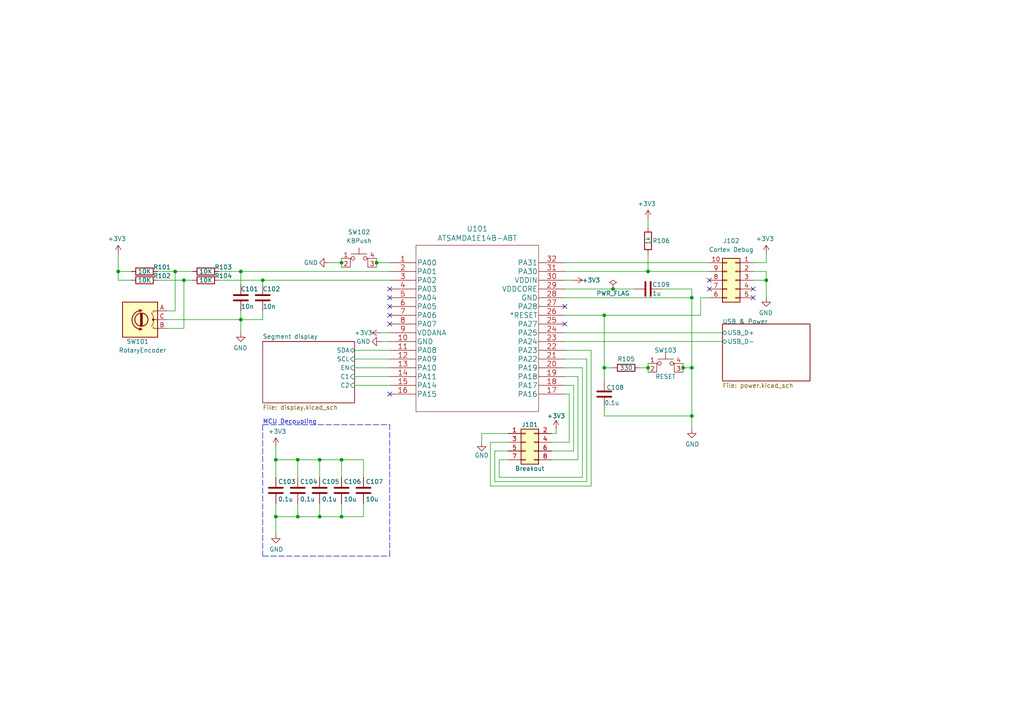
<source format=kicad_sch>
(kicad_sch (version 20211123) (generator eeschema)
  (paper "A4")
  (title_block (title "Rotary Keyboard") (rev "1") (comment 1 "Markus Wang Halvorsen"))
  (lib_symbols
    (symbol "Connector_Generic:Conn_02x04_Odd_Even" (pin_names (offset 1.016) hide)
      (property "Reference" "J" (at 1.27 5.08 0))
      (property "Value" "Conn_02x04_Odd_Even" (at 1.27 -7.62 0))
      (symbol "Conn_02x04_Odd_Even_1_1"
        (rectangle (start -1.27 -4.953) (end 0 -5.207) (stroke (width 0.1524)))
        (rectangle (start -1.27 -2.413) (end 0 -2.667) (stroke (width 0.1524)))
        (rectangle (start -1.27 0.127) (end 0 -0.127) (stroke (width 0.1524)))
        (rectangle (start -1.27 2.667) (end 0 2.413) (stroke (width 0.1524)))
        (rectangle (start -1.27 3.81) (end 3.81 -6.35) (stroke (width 0.254)) (fill (type background)))
        (rectangle (start 3.81 -4.953) (end 2.54 -5.207) (stroke (width 0.1524)))
        (rectangle (start 3.81 -2.413) (end 2.54 -2.667) (stroke (width 0.1524)))
        (rectangle (start 3.81 0.127) (end 2.54 -0.127) (stroke (width 0.1524)))
        (rectangle (start 3.81 2.667) (end 2.54 2.413) (stroke (width 0.1524)))
        (pin passive line (at -5.08 2.54 0) (length 3.81) (name "Pin_1") (number "1"))
        (pin passive line (at 7.62 2.54 180) (length 3.81) (name "Pin_2") (number "2"))
        (pin passive line (at -5.08 0 0) (length 3.81) (name "Pin_3") (number "3"))
        (pin passive line (at 7.62 0 180) (length 3.81) (name "Pin_4") (number "4"))
        (pin passive line (at -5.08 -2.54 0) (length 3.81) (name "Pin_5") (number "5"))
        (pin passive line (at 7.62 -2.54 180) (length 3.81) (name "Pin_6") (number "6"))
        (pin passive line (at -5.08 -5.08 0) (length 3.81) (name "Pin_7") (number "7"))
        (pin passive line (at 7.62 -5.08 180) (length 3.81) (name "Pin_8") (number "8"))
      )
    )
    (symbol "Connector_Generic:Conn_02x05_Counter_Clockwise" (pin_names (offset 1.016) hide)
      (property "Reference" "J" (at 1.27 7.62 0))
      (property "Value" "Conn_02x05_Counter_Clockwise" (at 1.27 -7.62 0))
      (symbol "Conn_02x05_Counter_Clockwise_1_1"
        (rectangle (start -1.27 -4.953) (end 0 -5.207) (stroke (width 0.1524)))
        (rectangle (start -1.27 -2.413) (end 0 -2.667) (stroke (width 0.1524)))
        (rectangle (start -1.27 0.127) (end 0 -0.127) (stroke (width 0.1524)))
        (rectangle (start -1.27 2.667) (end 0 2.413) (stroke (width 0.1524)))
        (rectangle (start -1.27 5.207) (end 0 4.953) (stroke (width 0.1524)))
        (rectangle (start -1.27 6.35) (end 3.81 -6.35) (stroke (width 0.254)) (fill (type background)))
        (rectangle (start 3.81 -4.953) (end 2.54 -5.207) (stroke (width 0.1524)))
        (rectangle (start 3.81 -2.413) (end 2.54 -2.667) (stroke (width 0.1524)))
        (rectangle (start 3.81 0.127) (end 2.54 -0.127) (stroke (width 0.1524)))
        (rectangle (start 3.81 2.667) (end 2.54 2.413) (stroke (width 0.1524)))
        (rectangle (start 3.81 5.207) (end 2.54 4.953) (stroke (width 0.1524)))
        (pin passive line (at -5.08 5.08 0) (length 3.81) (name "Pin_1") (number "1"))
        (pin passive line (at 7.62 5.08 180) (length 3.81) (name "Pin_10") (number "10"))
        (pin passive line (at -5.08 2.54 0) (length 3.81) (name "Pin_2") (number "2"))
        (pin passive line (at -5.08 0 0) (length 3.81) (name "Pin_3") (number "3"))
        (pin passive line (at -5.08 -2.54 0) (length 3.81) (name "Pin_4") (number "4"))
        (pin passive line (at -5.08 -5.08 0) (length 3.81) (name "Pin_5") (number "5"))
        (pin passive line (at 7.62 -5.08 180) (length 3.81) (name "Pin_6") (number "6"))
        (pin passive line (at 7.62 -2.54 180) (length 3.81) (name "Pin_7") (number "7"))
        (pin passive line (at 7.62 0 180) (length 3.81) (name "Pin_8") (number "8"))
        (pin passive line (at 7.62 2.54 180) (length 3.81) (name "Pin_9") (number "9"))
      )
    )
    (symbol "Device:C" (pin_numbers hide) (pin_names (offset 0.254))
      (property "Reference" "C" (at 0.635 2.54 0))
      (property "Value" "C" (at 0.635 -2.54 0))
      (symbol "C_0_1"
        (polyline (pts (xy -2.032 -0.762) (xy 2.032 -0.762)) (stroke (width 0.508)))
        (polyline (pts (xy -2.032 0.762) (xy 2.032 0.762)) (stroke (width 0.508)))
      )
      (symbol "C_1_1"
        (pin passive line (at 0 3.81 270) (length 2.794) (name "~") (number "1"))
        (pin passive line (at 0 -3.81 90) (length 2.794) (name "~") (number "2"))
      )
    )
    (symbol "Device:R" (pin_numbers hide) (pin_names (offset 0))
      (property "Reference" "R" (at 2.032 0 90))
      (property "Value" "R" (at 0 0 90))
      (symbol "R_0_1"
        (rectangle (start -1.016 -2.54) (end 1.016 2.54) (stroke (width 0.254)))
      )
      (symbol "R_1_1"
        (pin passive line (at 0 3.81 270) (length 1.27) (name "~") (number "1"))
        (pin passive line (at 0 -3.81 90) (length 1.27) (name "~") (number "2"))
      )
    )
    (symbol "Device:Rotary_Encoder" (pin_names (offset 0.254) hide)
      (property "Reference" "SW" (at 0 6.604 0))
      (property "Value" "Device_Rotary_Encoder" (at 0 -6.604 0))
      (symbol "Rotary_Encoder_0_1"
        (rectangle (start -5.08 5.08) (end 5.08 -5.08) (stroke (width 0.254)) (fill (type background)))
        (circle (center -3.81 0) (radius 0.254) (fill (type outline)))
        (arc (start -0.381 -2.794) (mid 2.3622 -0.0635) (end -0.381 2.667) (stroke (width 0.254)))
        (circle (center -0.381 0) (radius 1.905) (stroke (width 0.254)))
        (polyline (pts (xy -0.635 -1.778) (xy -0.635 1.778)) (stroke (width 0.254)))
        (polyline (pts (xy -0.381 -1.778) (xy -0.381 1.778)) (stroke (width 0.254)))
        (polyline (pts (xy -0.127 1.778) (xy -0.127 -1.778)) (stroke (width 0.254)))
        (polyline (pts (xy -5.08 -2.54) (xy -3.81 -2.54) (xy -3.81 -2.032)))
        (polyline (pts (xy -5.08 2.54) (xy -3.81 2.54) (xy -3.81 2.032)))
        (polyline (pts (xy 0.254 -3.048) (xy -0.508 -2.794) (xy 0.127 -2.413)) (stroke (width 0.254)))
        (polyline (pts (xy 0.254 2.921) (xy -0.508 2.667) (xy 0.127 2.286)) (stroke (width 0.254)))
        (polyline (pts (xy -5.08 0) (xy -3.81 0) (xy -3.81 -1.016) (xy -3.302 -2.032)))
        (polyline (pts (xy -4.318 0) (xy -3.81 0) (xy -3.81 1.016) (xy -3.302 2.032)))
      )
      (symbol "Rotary_Encoder_1_1"
        (pin passive line (at -7.62 2.54 0) (length 2.54) (name "A") (number "A"))
        (pin passive line (at -7.62 -2.54 0) (length 2.54) (name "B") (number "B"))
        (pin passive line (at -7.62 0 0) (length 2.54) (name "C") (number "C"))
      )
    )
    (symbol "Switch:SW_MEC_5E" (pin_names (offset 1.016) hide)
      (property "Reference" "SW" (at 0.635 5.715 0))
      (property "Value" "SW_MEC_5E" (at 0 -3.175 0))
      (symbol "SW_MEC_5E_0_1"
        (circle (center -1.778 2.54) (radius 0.508))
        (polyline (pts (xy -2.286 3.81) (xy 2.286 3.81)))
        (polyline (pts (xy 0 3.81) (xy 0 5.588)))
        (polyline (pts (xy -2.54 0) (xy -2.54 2.54) (xy -2.286 2.54)))
        (polyline (pts (xy 2.54 0) (xy 2.54 2.54) (xy 2.286 2.54)))
        (circle (center 1.778 2.54) (radius 0.508))
        (pin passive line (at -5.08 2.54 0) (length 2.54) (name "1") (number "1"))
        (pin passive line (at -5.08 0 0) (length 2.54) (name "2") (number "2"))
        (pin passive line (at 5.08 0 180) (length 2.54) (name "K") (number "3"))
        (pin passive line (at 5.08 2.54 180) (length 2.54) (name "A") (number "4"))
      )
    )
    (symbol "atsamda1e14b-abt:ATSAMDA1E14B-ABT" (pin_names (offset 0.254))
      (property "Reference" "U" (at 25.4 10.16 0))
      (property "Value" "ATSAMDA1E14B-ABT" (at 25.4 7.62 0))
      (symbol "ATSAMDA1E14B-ABT_1_1"
        (polyline (pts (xy 7.62 -43.18) (xy 43.18 -43.18)) (stroke (width 0.127)))
        (polyline (pts (xy 7.62 5.08) (xy 7.62 -43.18)) (stroke (width 0.127)))
        (polyline (pts (xy 43.18 -43.18) (xy 43.18 5.08)) (stroke (width 0.127)))
        (polyline (pts (xy 43.18 5.08) (xy 7.62 5.08)) (stroke (width 0.127)))
        (pin bidirectional line (at 0 0 0) (length 7.62) (name "PA00") (number "1"))
        (pin power_in line (at 0 -22.86 0) (length 7.62) (name "GND") (number "10"))
        (pin bidirectional line (at 0 -25.4 0) (length 7.62) (name "PA08") (number "11"))
        (pin bidirectional line (at 0 -27.94 0) (length 7.62) (name "PA09") (number "12"))
        (pin bidirectional line (at 0 -30.48 0) (length 7.62) (name "PA10") (number "13"))
        (pin bidirectional line (at 0 -33.02 0) (length 7.62) (name "PA11") (number "14"))
        (pin bidirectional line (at 0 -35.56 0) (length 7.62) (name "PA14") (number "15"))
        (pin bidirectional line (at 0 -38.1 0) (length 7.62) (name "PA15") (number "16"))
        (pin bidirectional line (at 50.8 -38.1 180) (length 7.62) (name "PA16") (number "17"))
        (pin bidirectional line (at 50.8 -35.56 180) (length 7.62) (name "PA17") (number "18"))
        (pin bidirectional line (at 50.8 -33.02 180) (length 7.62) (name "PA18") (number "19"))
        (pin bidirectional line (at 0 -2.54 0) (length 7.62) (name "PA01") (number "2"))
        (pin bidirectional line (at 50.8 -30.48 180) (length 7.62) (name "PA19") (number "20"))
        (pin bidirectional line (at 50.8 -27.94 180) (length 7.62) (name "PA22") (number "21"))
        (pin bidirectional line (at 50.8 -25.4 180) (length 7.62) (name "PA23") (number "22"))
        (pin bidirectional line (at 50.8 -22.86 180) (length 7.62) (name "PA24") (number "23"))
        (pin bidirectional line (at 50.8 -20.32 180) (length 7.62) (name "PA25") (number "24"))
        (pin bidirectional line (at 50.8 -17.78 180) (length 7.62) (name "PA27") (number "25"))
        (pin unspecified line (at 50.8 -15.24 180) (length 7.62) (name "*RESET") (number "26"))
        (pin bidirectional line (at 50.8 -12.7 180) (length 7.62) (name "PA28") (number "27"))
        (pin power_in line (at 50.8 -10.16 180) (length 7.62) (name "GND") (number "28"))
        (pin power_in line (at 50.8 -7.62 180) (length 7.62) (name "VDDCORE") (number "29"))
        (pin bidirectional line (at 0 -5.08 0) (length 7.62) (name "PA02") (number "3"))
        (pin power_in line (at 50.8 -5.08 180) (length 7.62) (name "VDDIN") (number "30"))
        (pin bidirectional line (at 50.8 -2.54 180) (length 7.62) (name "PA30") (number "31"))
        (pin bidirectional line (at 50.8 0 180) (length 7.62) (name "PA31") (number "32"))
        (pin bidirectional line (at 0 -7.62 0) (length 7.62) (name "PA03") (number "4"))
        (pin bidirectional line (at 0 -10.16 0) (length 7.62) (name "PA04") (number "5"))
        (pin bidirectional line (at 0 -12.7 0) (length 7.62) (name "PA05") (number "6"))
        (pin bidirectional line (at 0 -15.24 0) (length 7.62) (name "PA06") (number "7"))
        (pin bidirectional line (at 0 -17.78 0) (length 7.62) (name "PA07") (number "8"))
        (pin power_in line (at 0 -20.32 0) (length 7.62) (name "VDDANA") (number "9"))
      )
    )
    (symbol "power:+3V3" (power) (pin_names (offset 0))
      (property "Value" "+3V3" (at 0 3.556 0))
      (symbol "+3V3_0_1"
        (polyline (pts (xy -0.762 1.27) (xy 0 2.54)))
        (polyline (pts (xy 0 0) (xy 0 2.54)))
        (polyline (pts (xy 0 2.54) (xy 0.762 1.27)))
      )
      (symbol "+3V3_1_1"
        (pin power_in line (at 0 0 90) (length 0) hide (name "+3V3") (number "1"))
      )
    )
    (symbol "power:GND" (power) (pin_names (offset 0))
      (property "Value" "GND" (at 0 -3.81 0))
      (symbol "GND_0_1"
        (polyline (pts (xy 0 0) (xy 0 -1.27) (xy 1.27 -1.27) (xy 0 -2.54) (xy -1.27 -1.27) (xy 0 -1.27)))
      )
      (symbol "GND_1_1"
        (pin power_in line (at 0 0 270) (length 0) hide (name "GND") (number "1"))
      )
    )
    (symbol "power:PWR_FLAG" (power) (pin_numbers hide) (pin_names (offset 0) hide)
      (property "Value" "PWR_FLAG" (at 0 3.81 0))
      (symbol "PWR_FLAG_0_0"
        (pin power_out line (at 0 0 90) (length 0) (name "pwr") (number "1"))
      )
      (symbol "PWR_FLAG_0_1"
        (polyline (pts (xy 0 0) (xy 0 1.27) (xy -1.016 1.905) (xy 0 2.54) (xy 1.016 1.905) (xy 0 1.27)))
      )
    )
  )
  (junction (at 177.8 83.82))
  (junction (at 86.36 149.86))
  (junction (at 69.85 78.74))
  (junction (at 69.85 92.71))
  (junction (at 200.66 106.68))
  (junction (at 50.8 78.74))
  (junction (at 80.01 149.86))
  (junction (at 222.25 81.28))
  (junction (at 99.06 76.2))
  (junction (at 99.06 133.35))
  (junction (at 76.2 81.28))
  (junction (at 34.29 78.74))
  (junction (at 200.66 120.65))
  (junction (at 92.71 133.35))
  (junction (at 86.36 133.35))
  (junction (at 187.96 78.74))
  (junction (at 175.26 106.68))
  (junction (at 200.66 86.36))
  (junction (at 92.71 149.86))
  (junction (at 80.01 133.35))
  (junction (at 109.22 76.2))
  (junction (at 175.26 91.44))
  (junction (at 198.12 106.68))
  (junction (at 53.34 81.28))
  (junction (at 187.96 106.68))
  (junction (at 99.06 149.86))
  (no_connect (at 113.03 91.44))
  (no_connect (at 113.03 93.98))
  (no_connect (at 113.03 83.82))
  (no_connect (at 113.03 86.36))
  (no_connect (at 113.03 88.9))
  (no_connect (at 113.03 114.3))
  (no_connect (at 218.44 83.82))
  (no_connect (at 218.44 86.36))
  (no_connect (at 205.74 83.82))
  (no_connect (at 205.74 81.28))
  (no_connect (at 163.83 93.98))
  (no_connect (at 163.83 88.9))
  (wire (pts (xy 102.87 111.76) (xy 113.03 111.76)))
  (wire (pts (xy 200.66 120.65) (xy 200.66 124.46)))
  (wire (pts (xy 76.2 81.28) (xy 76.2 82.55)))
  (wire (pts (xy 167.64 133.35) (xy 160.02 133.35)))
  (wire (pts (xy 69.85 92.71) (xy 48.26 92.71)))
  (wire (pts (xy 142.24 140.97) (xy 142.24 128.27)))
  (wire (pts (xy 163.83 106.68) (xy 168.91 106.68)))
  (wire (pts (xy 69.85 92.71) (xy 69.85 90.17)))
  (wire (pts (xy 175.26 106.68) (xy 175.26 110.49)))
  (wire (pts (xy 175.26 91.44) (xy 203.2 91.44)))
  (wire (pts (xy 187.96 106.68) (xy 187.96 107.95)))
  (wire (pts (xy 222.25 76.2) (xy 222.25 73.66)))
  (wire (pts (xy 69.85 78.74) (xy 69.85 82.55)))
  (wire (pts (xy 187.96 63.5) (xy 187.96 66.04)))
  (wire (pts (xy 175.26 91.44) (xy 175.26 106.68)))
  (wire (pts (xy 144.78 133.35) (xy 147.32 133.35)))
  (wire (pts (xy 163.83 101.6) (xy 171.45 101.6)))
  (wire (pts (xy 166.37 111.76) (xy 166.37 130.81)))
  (wire (pts (xy 109.22 77.47) (xy 109.22 76.2)))
  (wire (pts (xy 69.85 78.74) (xy 63.5 78.74)))
  (wire (pts (xy 86.36 133.35) (xy 80.01 133.35)))
  (wire (pts (xy 143.51 139.7) (xy 143.51 130.81)))
  (wire (pts (xy 48.26 90.17) (xy 50.8 90.17)))
  (wire (pts (xy 92.71 133.35) (xy 92.71 138.43)))
  (wire (pts (xy 200.66 83.82) (xy 191.77 83.82)))
  (wire (pts (xy 168.91 138.43) (xy 144.78 138.43)))
  (wire (pts (xy 144.78 138.43) (xy 144.78 133.35)))
  (wire (pts (xy 171.45 101.6) (xy 171.45 140.97)))
  (wire (pts (xy 222.25 81.28) (xy 218.44 81.28)))
  (wire (pts (xy 163.83 114.3) (xy 165.1 114.3)))
  (wire (pts (xy 167.64 109.22) (xy 167.64 133.35)))
  (wire (pts (xy 105.41 149.86) (xy 99.06 149.86)))
  (wire (pts (xy 163.83 99.06) (xy 209.55 99.06)))
  (wire (pts (xy 92.71 149.86) (xy 99.06 149.86)))
  (wire (pts (xy 160.02 125.73) (xy 161.29 125.73)))
  (wire (pts (xy 222.25 81.28) (xy 222.25 86.36)))
  (wire (pts (xy 86.36 149.86) (xy 80.01 149.86)))
  (wire (pts (xy 163.83 91.44) (xy 175.26 91.44)))
  (wire (pts (xy 187.96 78.74) (xy 205.74 78.74)))
  (wire (pts (xy 198.12 106.68) (xy 200.66 106.68)))
  (wire (pts (xy 200.66 83.82) (xy 200.66 86.36)))
  (wire (pts (xy 50.8 78.74) (xy 45.72 78.74)))
  (wire (pts (xy 53.34 81.28) (xy 45.72 81.28)))
  (wire (pts (xy 102.87 101.6) (xy 113.03 101.6)))
  (wire (pts (xy 76.2 81.28) (xy 113.03 81.28)))
  (wire (pts (xy 76.2 92.71) (xy 69.85 92.71)))
  (wire (pts (xy 69.85 92.71) (xy 69.85 96.52)))
  (wire (pts (xy 69.85 78.74) (xy 113.03 78.74)))
  (wire (pts (xy 198.12 106.68) (xy 198.12 107.95)))
  (wire (pts (xy 203.2 91.44) (xy 203.2 86.36)))
  (wire (pts (xy 163.83 109.22) (xy 167.64 109.22)))
  (wire (pts (xy 80.01 149.86) (xy 80.01 146.05)))
  (wire (pts (xy 34.29 81.28) (xy 34.29 78.74)))
  (wire (pts (xy 222.25 78.74) (xy 222.25 81.28)))
  (wire (pts (xy 53.34 95.25) (xy 48.26 95.25)))
  (wire (pts (xy 99.06 133.35) (xy 99.06 138.43)))
  (wire (pts (xy 139.7 125.73) (xy 147.32 125.73)))
  (wire (pts (xy 86.36 146.05) (xy 86.36 149.86)))
  (polyline (pts (xy 76.2 123.19) (xy 113.03 123.19)))
  (wire (pts (xy 185.42 106.68) (xy 187.96 106.68)))
  (wire (pts (xy 86.36 133.35) (xy 86.36 138.43)))
  (wire (pts (xy 177.8 83.82) (xy 184.15 83.82)))
  (wire (pts (xy 200.66 106.68) (xy 200.66 120.65)))
  (wire (pts (xy 76.2 90.17) (xy 76.2 92.71)))
  (wire (pts (xy 168.91 106.68) (xy 168.91 138.43)))
  (wire (pts (xy 166.37 130.81) (xy 160.02 130.81)))
  (wire (pts (xy 99.06 74.93) (xy 99.06 76.2)))
  (wire (pts (xy 163.83 86.36) (xy 200.66 86.36)))
  (wire (pts (xy 203.2 86.36) (xy 205.74 86.36)))
  (wire (pts (xy 38.1 81.28) (xy 34.29 81.28)))
  (wire (pts (xy 109.22 76.2) (xy 113.03 76.2)))
  (wire (pts (xy 171.45 140.97) (xy 142.24 140.97)))
  (wire (pts (xy 175.26 106.68) (xy 177.8 106.68)))
  (wire (pts (xy 163.83 76.2) (xy 205.74 76.2)))
  (wire (pts (xy 163.83 96.52) (xy 209.55 96.52)))
  (wire (pts (xy 200.66 86.36) (xy 200.66 106.68)))
  (wire (pts (xy 163.83 83.82) (xy 177.8 83.82)))
  (wire (pts (xy 99.06 77.47) (xy 99.06 76.2)))
  (wire (pts (xy 110.49 99.06) (xy 113.03 99.06)))
  (wire (pts (xy 92.71 133.35) (xy 99.06 133.35)))
  (wire (pts (xy 165.1 114.3) (xy 165.1 128.27)))
  (wire (pts (xy 166.37 81.28) (xy 163.83 81.28)))
  (polyline (pts (xy 76.2 123.19) (xy 76.2 161.29)))
  (wire (pts (xy 34.29 78.74) (xy 34.29 73.66)))
  (wire (pts (xy 102.87 109.22) (xy 113.03 109.22)))
  (wire (pts (xy 105.41 133.35) (xy 99.06 133.35)))
  (wire (pts (xy 80.01 133.35) (xy 80.01 129.54)))
  (wire (pts (xy 50.8 78.74) (xy 50.8 90.17)))
  (wire (pts (xy 63.5 81.28) (xy 76.2 81.28)))
  (wire (pts (xy 163.83 104.14) (xy 170.18 104.14)))
  (wire (pts (xy 80.01 154.94) (xy 80.01 149.86)))
  (wire (pts (xy 175.26 120.65) (xy 200.66 120.65)))
  (polyline (pts (xy 76.2 161.29) (xy 113.03 161.29)))
  (wire (pts (xy 80.01 133.35) (xy 80.01 138.43)))
  (wire (pts (xy 95.25 76.2) (xy 99.06 76.2)))
  (wire (pts (xy 102.87 104.14) (xy 113.03 104.14)))
  (wire (pts (xy 109.22 74.93) (xy 109.22 76.2)))
  (wire (pts (xy 187.96 73.66) (xy 187.96 78.74)))
  (wire (pts (xy 143.51 130.81) (xy 147.32 130.81)))
  (wire (pts (xy 38.1 78.74) (xy 34.29 78.74)))
  (wire (pts (xy 163.83 78.74) (xy 187.96 78.74)))
  (wire (pts (xy 163.83 111.76) (xy 166.37 111.76)))
  (wire (pts (xy 110.49 96.52) (xy 113.03 96.52)))
  (wire (pts (xy 165.1 128.27) (xy 160.02 128.27)))
  (wire (pts (xy 175.26 118.11) (xy 175.26 120.65)))
  (wire (pts (xy 102.87 106.68) (xy 113.03 106.68)))
  (wire (pts (xy 92.71 133.35) (xy 86.36 133.35)))
  (wire (pts (xy 218.44 76.2) (xy 222.25 76.2)))
  (wire (pts (xy 99.06 149.86) (xy 99.06 146.05)))
  (wire (pts (xy 161.29 124.46) (xy 161.29 125.73)))
  (polyline (pts (xy 113.03 161.29) (xy 113.03 123.19)))
  (wire (pts (xy 170.18 139.7) (xy 143.51 139.7)))
  (wire (pts (xy 55.88 78.74) (xy 50.8 78.74)))
  (wire (pts (xy 142.24 128.27) (xy 147.32 128.27)))
  (wire (pts (xy 139.7 128.27) (xy 139.7 125.73)))
  (wire (pts (xy 53.34 81.28) (xy 53.34 95.25)))
  (wire (pts (xy 218.44 78.74) (xy 222.25 78.74)))
  (wire (pts (xy 92.71 146.05) (xy 92.71 149.86)))
  (wire (pts (xy 187.96 105.41) (xy 187.96 106.68)))
  (wire (pts (xy 105.41 138.43) (xy 105.41 133.35)))
  (wire (pts (xy 198.12 105.41) (xy 198.12 106.68)))
  (wire (pts (xy 105.41 146.05) (xy 105.41 149.86)))
  (wire (pts (xy 170.18 104.14) (xy 170.18 139.7)))
  (wire (pts (xy 53.34 81.28) (xy 55.88 81.28)))
  (wire (pts (xy 86.36 149.86) (xy 92.71 149.86)))
  (text "MCU Decoupling" (at 76.2 123.19 0) (effects (font (size 1.27 1.27)) (justify left bottom)))
  (symbol (lib_id "Device:Rotary_Encoder") (at 40.64 92.71 0) (mirror y) (unit 1)
    (property "Reference" "SW101" (at 43.18 99.06 0) (effects (justify left)))
    (property "Value" "RotaryEncoder" (at 48.26 101.6 0) (effects (justify left)))
    (property "Footprint" "EVQV6:EVQV6" (effects hide))
    (property "Datasheet" "https://industrial.panasonic.com/cdbs/www-data/pdf/ATC0000/ATC0000C25.pdf" (effects hide))
    (property "DK" "https://www.digikey.no/en/products/detail/panasonic-electronic-components/EVQ-V6G02115B/8567333" (effects hide))
  )
  (symbol (lib_id "atsamda1e14b-abt:ATSAMDA1E14B-ABT") (at 113.03 76.2 0) (unit 1)
    (property "Reference" "U101" (at 138.43 66.3702 0) (effects (font (size 1.524 1.524))))
    (property "Value" "ATSAMDA1E14B-ABT" (at 138.43 69.0626 0) (effects (font (size 1.524 1.524))))
    (property "Footprint" "Package_QFP:TQFP-32_7x7mm_P0.8mm" (effects hide))
    (property "Datasheet" "https://ww1.microchip.com/downloads/en/DeviceDoc/40001895A.pdf" (effects hide))
    (property "DK" "https://www.digikey.no/no/products/detail/microchip-technology/ATSAMDA1E14B-ABT/7559394" (effects hide))
  )
  (symbol (lib_id "Device:C") (at 86.36 142.24 0) (unit 1)
    (property "Reference" "C104" (at 86.995 139.7 0) (effects (justify left)))
    (property "Value" "0.1u" (at 86.995 144.78 0) (effects (justify left)))
    (property "Footprint" "Capacitor_SMD:C_0805_2012Metric" (effects hide))
  )
  (symbol (lib_id "power:GND") (at 200.66 124.46 0) (unit 1)
    (property "Reference" "#PWR0112" (effects hide))
    (property "Value" "GND" (at 200.787 128.8542 0))
  )
  (symbol (lib_id "power:+3V3") (at 166.37 81.28 270) (unit 1)
    (property "Reference" "#PWR0110" (effects hide))
    (property "Value" "+3V3" (at 171.45 81.28 90))
  )
  (symbol (lib_id "power:+3V3") (at 110.49 96.52 90) (unit 1)
    (property "Reference" "#PWR0106" (effects hide))
    (property "Value" "+3V3" (at 105.41 96.52 90))
  )
  (symbol (lib_id "power:GND") (at 110.49 99.06 270) (unit 1)
    (property "Reference" "#PWR0107" (effects hide))
    (property "Value" "GND" (at 105.41 99.06 90))
  )
  (symbol (lib_id "Device:C") (at 80.01 142.24 0) (unit 1)
    (property "Reference" "C103" (at 80.645 139.7 0) (effects (justify left)))
    (property "Value" "0.1u" (at 80.645 144.78 0) (effects (justify left)))
    (property "Footprint" "Capacitor_SMD:C_0805_2012Metric" (effects hide))
  )
  (symbol (lib_id "Device:C") (at 99.06 142.24 0) (unit 1)
    (property "Reference" "C106" (at 99.695 139.7 0) (effects (justify left)))
    (property "Value" "10u" (at 99.695 144.78 0) (effects (justify left)))
    (property "Footprint" "Capacitor_SMD:C_0805_2012Metric" (effects hide))
  )
  (symbol (lib_id "power:+3V3") (at 80.01 129.54 0) (unit 1)
    (property "Reference" "#PWR0103" (effects hide))
    (property "Value" "+3V3" (at 80.391 125.1458 0))
  )
  (symbol (lib_id "power:GND") (at 80.01 154.94 0) (unit 1)
    (property "Reference" "#PWR0104" (effects hide))
    (property "Value" "GND" (at 80.137 159.3342 0))
  )
  (symbol (lib_id "power:GND") (at 222.25 86.36 0) (mirror y) (unit 1)
    (property "Reference" "#PWR0114" (effects hide))
    (property "Value" "GND" (at 222.123 90.7542 0))
  )
  (symbol (lib_id "Switch:SW_MEC_5E") (at 104.14 77.47 0) (unit 1)
    (property "Reference" "SW102" (at 104.14 67.31 0))
    (property "Value" "KBPush" (at 104.14 69.85 0))
    (property "Footprint" "TL3305A:SW_SPST_TL3305A" (effects hide))
    (property "Datasheet" "https://sten-eswitch-13110800-production.s3.amazonaws.com/system/asset/product_line/data_sheet/213/TL3305.pdf" (effects hide))
  )
  (symbol (lib_id "Device:C") (at 187.96 83.82 90) (unit 1)
    (property "Reference" "C109" (at 194.31 82.55 90) (effects (justify left)))
    (property "Value" "1u" (at 191.77 85.09 90) (effects (justify left)))
    (property "Footprint" "Capacitor_SMD:C_0805_2012Metric" (effects hide))
  )
  (symbol (lib_id "power:+3V3") (at 161.29 124.46 0) (unit 1)
    (property "Reference" "#PWR0109" (effects hide))
    (property "Value" "+3V3" (at 161.29 120.65 0))
  )
  (symbol (lib_id "Device:C") (at 92.71 142.24 0) (unit 1)
    (property "Reference" "C105" (at 93.345 139.7 0) (effects (justify left)))
    (property "Value" "0.1u" (at 93.345 144.78 0) (effects (justify left)))
    (property "Footprint" "Capacitor_SMD:C_0805_2012Metric" (effects hide))
  )
  (symbol (lib_id "Device:R") (at 187.96 69.85 0) (mirror x) (unit 1)
    (property "Reference" "R106" (at 191.77 69.85 0))
    (property "Value" "1k" (at 187.96 69.85 90))
    (property "Footprint" "Resistor_SMD:R_0805_2012Metric" (effects hide))
  )
  (symbol (lib_id "power:+3V3") (at 222.25 73.66 0) (mirror y) (unit 1)
    (property "Reference" "#PWR0113" (effects hide))
    (property "Value" "+3V3" (at 221.869 69.2658 0))
  )
  (symbol (lib_id "power:GND") (at 139.7 128.27 0) (unit 1)
    (property "Reference" "#PWR0108" (effects hide))
    (property "Value" "GND" (at 139.7 132.08 0))
  )
  (symbol (lib_id "Device:C") (at 76.2 86.36 0) (mirror y) (unit 1)
    (property "Reference" "C102" (at 81.28 83.82 0) (effects (justify left)))
    (property "Value" "10n" (at 80.01 88.9 0) (effects (justify left)))
    (property "Footprint" "Capacitor_SMD:C_0805_2012Metric" (effects hide))
  )
  (symbol (lib_id "Device:R") (at 181.61 106.68 90) (mirror x) (unit 1)
    (property "Reference" "R105" (at 181.61 104.14 90))
    (property "Value" "330" (at 181.61 106.68 90))
    (property "Footprint" "Resistor_SMD:R_0805_2012Metric" (effects hide))
  )
  (symbol (lib_id "Connector_Generic:Conn_02x04_Odd_Even") (at 152.4 128.27 0) (unit 1)
    (property "Reference" "J101" (at 153.67 123.19 0))
    (property "Value" "Breakout" (at 153.67 135.89 0))
    (property "Footprint" "Connector_PinHeader_1.27mm:PinHeader_2x04_P1.27mm_Vertical" (effects hide))
  )
  (symbol (lib_id "Switch:SW_MEC_5E") (at 193.04 107.95 0) (unit 1)
    (property "Reference" "SW103" (at 193.04 101.6 0))
    (property "Value" "RESET" (at 193.04 109.22 0))
    (property "Footprint" "TL3305A:SW_SPST_TL3305A" (effects hide))
    (property "Datasheet" "https://sten-eswitch-13110800-production.s3.amazonaws.com/system/asset/product_line/data_sheet/213/TL3305.pdf" (effects hide))
  )
  (symbol (lib_id "Device:C") (at 175.26 114.3 0) (unit 1)
    (property "Reference" "C108" (at 175.895 112.395 0) (effects (justify left)))
    (property "Value" "0.1u" (at 175.26 116.84 0) (effects (justify left)))
    (property "Footprint" "Capacitor_SMD:C_0805_2012Metric" (effects hide))
  )
  (symbol (lib_id "power:+3V3") (at 187.96 63.5 0) (mirror y) (unit 1)
    (property "Reference" "#PWR0111" (effects hide))
    (property "Value" "+3V3" (at 187.579 59.1058 0))
  )
  (symbol (lib_id "Device:C") (at 105.41 142.24 0) (unit 1)
    (property "Reference" "C107" (at 106.045 139.7 0) (effects (justify left)))
    (property "Value" "10u" (at 106.045 144.78 0) (effects (justify left)))
    (property "Footprint" "Capacitor_SMD:C_0805_2012Metric" (effects hide))
  )
  (symbol (lib_id "power:+3V3") (at 34.29 73.66 0) (mirror y) (unit 1)
    (property "Reference" "#PWR0101" (effects hide))
    (property "Value" "+3V3" (at 33.909 69.2658 0))
  )
  (symbol (lib_id "Connector_Generic:Conn_02x05_Counter_Clockwise") (at 213.36 81.28 0) (mirror y) (unit 1)
    (property "Reference" "J102" (at 212.09 69.85 0))
    (property "Value" "Cortex Debug" (at 212.09 72.39 0))
    (property "Footprint" "Connector_PinHeader_1.27mm:PinHeader_2x05_P1.27mm_Vertical" (effects hide))
  )
  (symbol (lib_id "Device:C") (at 69.85 86.36 0) (mirror y) (unit 1)
    (property "Reference" "C101" (at 74.93 83.82 0) (effects (justify left)))
    (property "Value" "10n" (at 73.66 88.9 0) (effects (justify left)))
    (property "Footprint" "Capacitor_SMD:C_0805_2012Metric" (effects hide))
  )
  (symbol (lib_id "power:GND") (at 69.85 96.52 0) (mirror y) (unit 1)
    (property "Reference" "#PWR0102" (effects hide))
    (property "Value" "GND" (at 69.723 100.9142 0))
  )
  (symbol (lib_id "power:PWR_FLAG") (at 177.8 83.82 0) (unit 1)
    (property "Reference" "#FLG0101" (effects hide))
    (property "Value" "PWR_FLAG" (at 177.8 85.09 0))
  )
  (symbol (lib_id "power:GND") (at 95.25 76.2 270) (unit 1)
    (property "Reference" "#PWR0105" (effects hide))
    (property "Value" "GND" (at 90.17 76.2 90))
  )
  (symbol (lib_id "Device:R") (at 59.69 78.74 90) (mirror x) (unit 1)
    (property "Reference" "R103" (at 64.77 77.47 90))
    (property "Value" "10K" (at 59.69 78.74 90))
    (property "Footprint" "Resistor_SMD:R_0805_2012Metric" (effects hide))
  )
  (symbol (lib_id "Device:R") (at 41.91 78.74 90) (mirror x) (unit 1)
    (property "Reference" "R101" (at 46.99 77.47 90))
    (property "Value" "10K" (at 41.91 78.74 90))
    (property "Footprint" "Resistor_SMD:R_0805_2012Metric" (effects hide))
  )
  (symbol (lib_id "Device:R") (at 41.91 81.28 90) (mirror x) (unit 1)
    (property "Reference" "R102" (at 46.99 80.01 90))
    (property "Value" "10K" (at 41.91 81.28 90))
    (property "Footprint" "Resistor_SMD:R_0805_2012Metric" (effects hide))
  )
  (symbol (lib_id "Device:R") (at 59.69 81.28 90) (mirror x) (unit 1)
    (property "Reference" "R104" (at 64.77 80.01 90))
    (property "Value" "10K" (at 59.69 81.28 90))
    (property "Footprint" "Resistor_SMD:R_0805_2012Metric" (effects hide))
  )
  (sheet (at 209.55 93.98) (size 25.4 16.51) (stroke (width 0.1524))
    (property "Sheet name" "USB & Power" (at 209.55 93.98 0) (effects (justify left bottom)))
    (property "Sheet file" "power.kicad_sch" (at 209.55 111.0746 0) (effects (justify left top)))
    (pin "USB_D-" bidirectional (at 209.55 99.06 180))
    (pin "USB_D+" bidirectional (at 209.55 96.52 180))
  )
  (sheet (at 76.2 99.06) (size 26.67 17.78) (stroke (width 0.1524))
    (property "Sheet name" "Segment display" (at 76.2 98.3484 0) (effects (justify left bottom)))
    (property "Sheet file" "display.kicad_sch" (at 76.2 117.4246 0) (effects (justify left top)))
    (pin "C1" input (at 102.87 109.22 0))
    (pin "C2" input (at 102.87 111.76 0))
    (pin "SCL" input (at 102.87 104.14 0))
    (pin "EN" input (at 102.87 106.68 0))
    (pin "SDA" bidirectional (at 102.87 101.6 0))
  )
)
</source>
